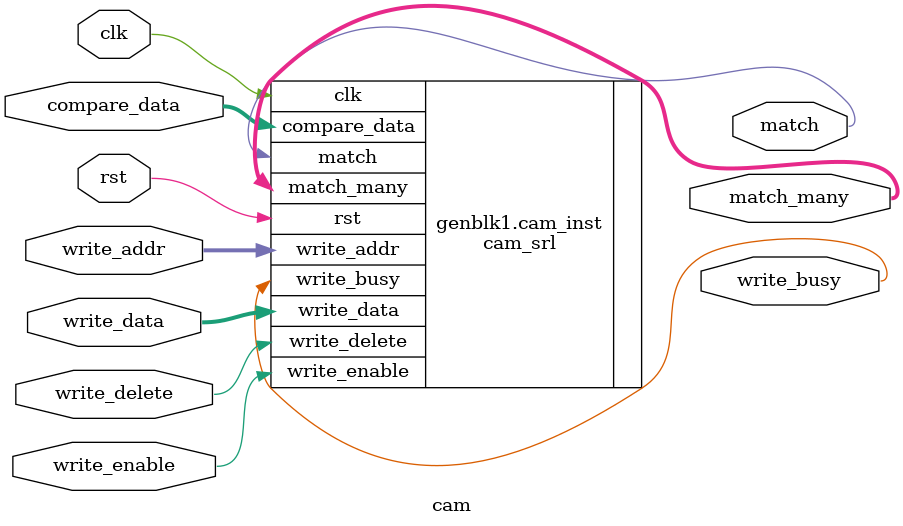
<source format=v>
/*

Copyright (c) 2015-2016 Alex Forencich

Permission is hereby granted, free of charge, to any person obtaining a copy
of this software and associated documentation files (the "Software"), to deal
in the Software without restriction, including without limitation the rights
to use, copy, modify, merge, publish, distribute, sublicense, and/or sell
copies of the Software, and to permit persons to whom the Software is
furnished to do so, subject to the following conditions:

The above copyright notice and this permission notice shall be included in
all copies or substantial portions of the Software.

THE SOFTWARE IS PROVIDED "AS IS", WITHOUT WARRANTY OF ANY KIND, EXPRESS OR
IMPLIED, INCLUDING BUT NOT LIMITED TO THE WARRANTIES OF MERCHANTABILITY
FITNESS FOR A PARTICULAR PURPOSE AND NONINFRINGEMENT. IN NO EVENT SHALL THE
AUTHORS OR COPYRIGHT HOLDERS BE LIABLE FOR ANY CLAIM, DAMAGES OR OTHER
LIABILITY, WHETHER IN AN ACTION OF CONTRACT, TORT OR OTHERWISE, ARISING FROM,
OUT OF OR IN CONNECTION WITH THE SOFTWARE OR THE USE OR OTHER DEALINGS IN
THE SOFTWARE.

*/

// Language: Verilog 2001

// `timescale 1ns / 1ps

/*
 * Content Addressable Memory
 */
module cam #(
    // search data bus width
    parameter DATA_WIDTH = 64,
    // memory size in log2(words)
    parameter ADDR_WIDTH = 5,
    // CAM style (SRL, BRAM)
    parameter CAM_STYLE = "SRL",
    // width of data bus slices
    parameter SLICE_WIDTH = 4
)
(
    input  wire                     clk,
    input  wire                     rst,

    input  wire [ADDR_WIDTH-1:0]    write_addr,
    input  wire [DATA_WIDTH-1:0]    write_data,
    input  wire                     write_delete,
    input  wire                     write_enable,
    output wire                     write_busy,

    input  wire [DATA_WIDTH-1:0]    compare_data,
    output wire [2**ADDR_WIDTH-1:0] match_many,
    // output wire [2**ADDR_WIDTH-1:0] match_single,
    // output wire [ADDR_WIDTH-1:0]    match_addr,
    output wire                     match
);

generate
    if (CAM_STYLE == "SRL") begin
        cam_srl #(
            .DATA_WIDTH(DATA_WIDTH),
            .ADDR_WIDTH(ADDR_WIDTH),
            .SLICE_WIDTH(SLICE_WIDTH)
        )
        cam_inst (
            .clk(clk),
            .rst(rst),
            .write_addr(write_addr),
            .write_data(write_data),
            .write_delete(write_delete),
            .write_enable(write_enable),
            .write_busy(write_busy),
            .compare_data(compare_data),
            .match_many(match_many),
            // .match_single(match_single),
            // .match_addr(match_addr),
            .match(match)
        );
    end else if (CAM_STYLE == "BRAM") begin
        cam_bram #(
            .DATA_WIDTH(DATA_WIDTH),
            .ADDR_WIDTH(ADDR_WIDTH),
            .SLICE_WIDTH(SLICE_WIDTH)
        )
        cam_inst (
            .clk(clk),
            .rst(rst),
            .write_addr(write_addr),
            .write_data(write_data),
            .write_delete(write_delete),
            .write_enable(write_enable),
            .write_busy(write_busy),
            .compare_data(compare_data),
            .match_many(match_many),
            // .match_single(match_single),
            // .match_addr(match_addr),
            .match(match)
        );
    end
endgenerate

endmodule

</source>
